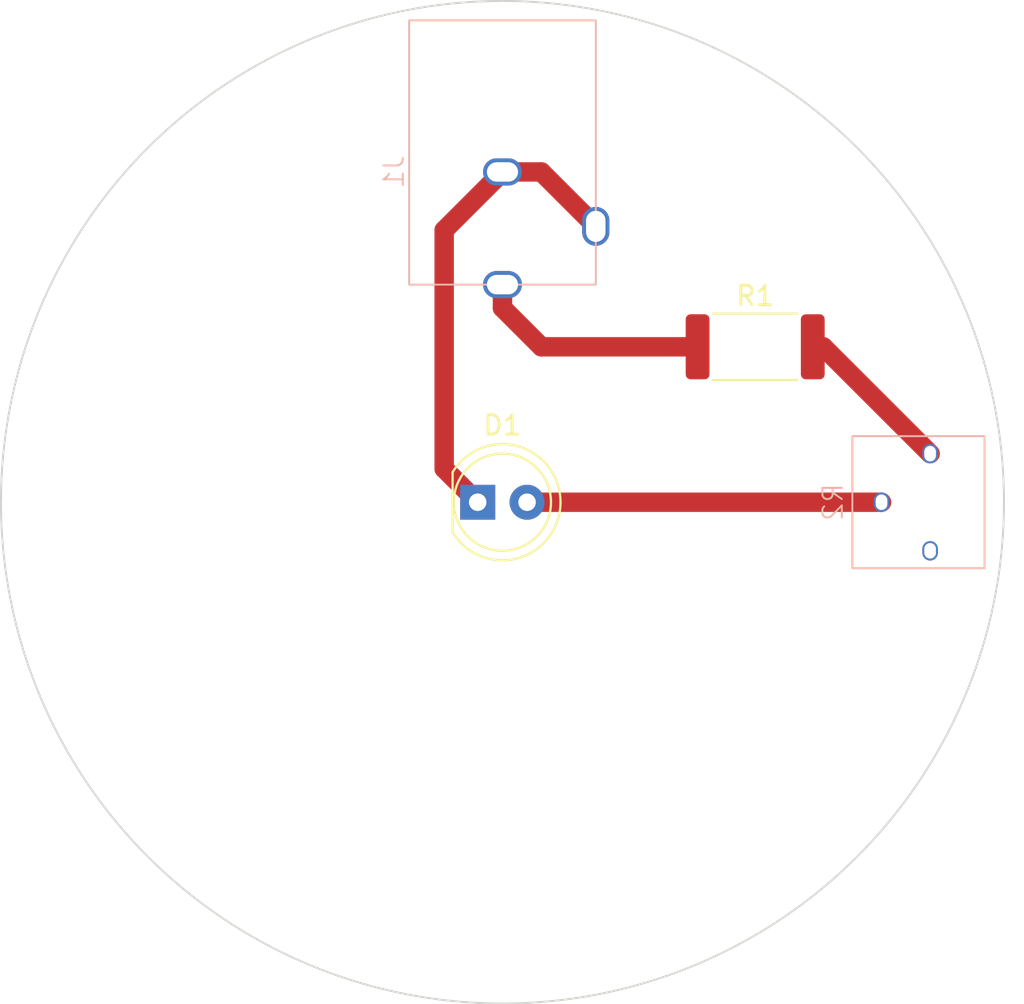
<source format=kicad_pcb>
(kicad_pcb (version 20221018) (generator pcbnew)
  (layers (0 "F.Cu" signal) (31 "B.Cu" signal) (34 "B.Paste" user) (35 "F.Paste" user) (36 "B.SilkS" user "B.Silkscreen") (37 "F.SilkS" user "F.Silkscreen") (38 "B.Mask" user) (39 "F.Mask" user) (44 "Edge.Cuts" user))
  (net 0 "")
  (net 1 "Net-(D1-K)")
  (net 2 "Net-(D1-A)")
  (net 3 "Net-(J1-Pad1)")
  (net 4 "Net-(R1-Pad2)")
  (footprint "LED_THT:LED_D5.0mm" (layer "F.Cu") (at 158.725 100)
    (fp_text reference "D1" (at 1.27 -3.96) (layer "F.SilkS"))
    (fp_text value "LED")
    (fp_line (start -1.29 -1.545) (end -1.29 1.545) (stroke (width 0.12)) (layer "F.SilkS"))
    (fp_arc (start -1.29 -1.54483) (mid 2.072002 -2.880433) (end 4.26 0.000462) (stroke (width 0.12)) (layer "F.SilkS"))
    (fp_arc (start 4.26 -0.000462) (mid 2.072002 2.880433) (end -1.29 1.54483) (stroke (width 0.12)) (layer "F.SilkS"))
    (fp_circle (center 1.27 0) (end 3.77 0) (stroke (width 0.12)) (fill none) (layer "F.SilkS"))
    (pad "1" thru_hole rect (at 0 0) (size 1.8 1.8) (drill 0.9) (layers "*.Cu" "*.Mask") (net 1 "Net-(D1-K)"))
    (pad "2" thru_hole circle (at 2.54 0) (size 1.8 1.8) (drill 0.9) (layers "*.Cu" "*.Mask") (net 2 "Net-(D1-A)"))
  )
  (footprint "Resistor_SMD:R_2512_6332Metric" (layer "F.Cu") (at 173 92)
    (fp_text reference "R1" (at 0 -2.62) (layer "F.SilkS"))
    (fp_text value "10")
    (fp_line (start -2.177064 -1.71) (end 2.177064 -1.71) (stroke (width 0.12)) (layer "F.SilkS"))
    (fp_line (start -2.177064 1.71) (end 2.177064 1.71) (stroke (width 0.12)) (layer "F.SilkS"))
    (pad "1" smd roundrect (at -2.9625 0) (size 1.225 3.35) (layers "F.Cu" "F.Paste" "F.Mask") (roundrect_rratio 0.204082) (net 3 "Net-(J1-Pad1)"))
    (pad "2" smd roundrect (at 2.9625 0) (size 1.225 3.35) (layers "F.Cu" "F.Paste" "F.Mask") (roundrect_rratio 0.204082) (net 4 "Net-(R1-Pad2)"))
  )
  (footprint "DCJack:DCJack" (layer "B.Cu") (at 160 83 -90)
    (fp_text reference "J1" (at 0 5.588 90 unlocked) (layer "B.SilkS") (effects (font (thickness 0.1)) (justify mirror)))
    (fp_text value "Jack-DC")
    (fp_rect (start 5.8 -4.8) (end -7.8 4.8) (stroke (width 0.1)) (fill none) (layer "B.SilkS"))
    (pad "1" thru_hole oval (at 5.8 0 270) (size 1.4 2) (drill oval 1 1.6) (layers "*.Cu" "*.Mask") (net 3 "Net-(J1-Pad1)"))
    (pad "2" thru_hole oval (at 0 0 270) (size 1.4 2) (drill oval 1 1.6) (layers "*.Cu" "*.Mask") (net 1 "Net-(D1-K)"))
    (pad "2" thru_hole oval (at 2.8 -4.8 270) (size 2 1.4) (drill oval 1.6 1) (layers "*.Cu" "*.Mask") (net 1 "Net-(D1-K)"))
  )
  (footprint "VR:VR" (layer "B.Cu") (at 182 100 -90)
    (fp_text reference "R2" (at 0 5 90 unlocked) (layer "B.SilkS") (effects (font (thickness 0.1)) (justify mirror)))
    (fp_text value "R_Variable")
    (fp_rect (start -3.4 4) (end 3.4 -2.8) (stroke (width 0.1)) (fill none) (layer "B.SilkS"))
    (pad "1" thru_hole oval (at -2.5 0 270) (size 1 0.8) (drill oval 0.8 0.6) (layers "*.Cu" "*.Mask") (net 4 "Net-(R1-Pad2)"))
    (pad "2" thru_hole oval (at 0 2.5 270) (size 1 0.8) (drill oval 0.8 0.6) (layers "*.Cu" "*.Mask") (net 2 "Net-(D1-A)"))
    (pad "3" thru_hole oval (at 2.5 0 270) (size 1 0.8) (drill oval 0.8 0.6) (layers "*.Cu" "*.Mask"))
  )
  (gr_circle (center 160 100) (end 185.8 100) (stroke (width 0.1)) (fill none) (layer "Edge.Cuts"))
  (segment (start 160 83) (end 162 83) (width 1) (layer "F.Cu") (net 1))
  (segment (start 157 86) (end 160 83) (width 1) (layer "F.Cu") (net 1))
  (segment (start 158.725 100) (end 157 98.275) (width 1) (layer "F.Cu") (net 1))
  (segment (start 162 83) (end 164.8 85.8) (width 1) (layer "F.Cu") (net 1))
  (segment (start 157 98.275) (end 157 86) (width 1) (layer "F.Cu") (net 1))
  (segment (start 161.265 100) (end 179.5 100) (width 1) (layer "F.Cu") (net 2))
  (segment (start 162 92) (end 170.0375 92) (width 1) (layer "F.Cu") (net 3))
  (segment (start 160 90) (end 162 92) (width 1) (layer "F.Cu") (net 3))
  (segment (start 160 88.8) (end 160 90) (width 1) (layer "F.Cu") (net 3))
  (segment (start 176.5 92) (end 182 97.5) (width 1) (layer "F.Cu") (net 4))
  (segment (start 175.9625 92) (end 176.5 92) (width 1) (layer "F.Cu") (net 4))
)
</source>
